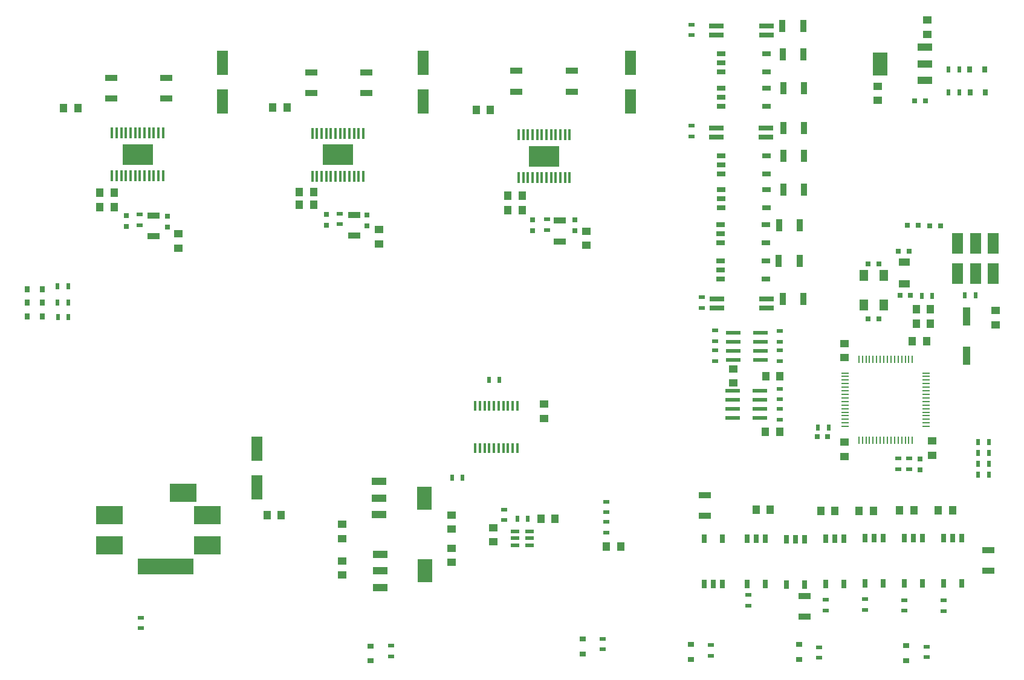
<source format=gtp>
G04 #@! TF.FileFunction,Paste,Top*
%FSLAX46Y46*%
G04 Gerber Fmt 4.6, Leading zero omitted, Abs format (unit mm)*
G04 Created by KiCad (PCBNEW 4.0.1-stable) date 2018/06/04 18:08:39*
%MOMM*%
G01*
G04 APERTURE LIST*
%ADD10C,0.150000*%
%ADD11R,2.000000X3.200000*%
%ADD12R,2.000000X1.000000*%
%ADD13R,1.200000X0.800000*%
%ADD14R,1.200000X1.500000*%
%ADD15R,0.250000X1.000000*%
%ADD16R,1.000000X0.250000*%
%ADD17R,0.900000X1.700000*%
%ADD18R,1.600000X3.500000*%
%ADD19R,3.800000X2.500000*%
%ADD20R,7.900000X2.300000*%
%ADD21R,1.000000X1.250000*%
%ADD22R,0.750000X0.800000*%
%ADD23R,1.250000X1.000000*%
%ADD24R,0.800000X0.750000*%
%ADD25R,0.500000X0.900000*%
%ADD26R,0.900000X0.500000*%
%ADD27R,1.700000X0.900000*%
%ADD28R,1.000000X2.500000*%
%ADD29R,1.500000X3.000000*%
%ADD30R,2.000000X0.530000*%
%ADD31R,1.200000X0.500000*%
%ADD32R,1.600000X1.000000*%
%ADD33R,0.800000X1.200000*%
%ADD34R,0.450000X1.650000*%
%ADD35R,4.320000X3.000000*%
%ADD36R,2.000000X0.800000*%
%ADD37R,0.450000X1.450000*%
%ADD38R,0.800000X0.900000*%
%ADD39R,0.900000X0.800000*%
G04 APERTURE END LIST*
D10*
D11*
X253250000Y-73150000D03*
D12*
X259550000Y-73150000D03*
X259550000Y-70850000D03*
X259550000Y-75450000D03*
D13*
X237320000Y-103345000D03*
X237320000Y-100805000D03*
X230970000Y-102075000D03*
X230970000Y-100805000D03*
X230970000Y-103345000D03*
D14*
X253775000Y-106925000D03*
X253775000Y-102825000D03*
X250975000Y-102825000D03*
X250975000Y-106925000D03*
D15*
X257800000Y-114550000D03*
X257300000Y-114550000D03*
X256800000Y-114550000D03*
X256300000Y-114550000D03*
X255800000Y-114550000D03*
X255300000Y-114550000D03*
X254800000Y-114550000D03*
X254300000Y-114550000D03*
X253800000Y-114550000D03*
X253300000Y-114550000D03*
X252800000Y-114550000D03*
X252300000Y-114550000D03*
X251800000Y-114550000D03*
X251300000Y-114550000D03*
X250800000Y-114550000D03*
X250300000Y-114550000D03*
D16*
X248350000Y-116500000D03*
X248350000Y-117000000D03*
X248350000Y-117500000D03*
X248350000Y-118000000D03*
X248350000Y-118500000D03*
X248350000Y-119000000D03*
X248350000Y-119500000D03*
X248350000Y-120000000D03*
X248350000Y-120500000D03*
X248350000Y-121000000D03*
X248350000Y-121500000D03*
X248350000Y-122000000D03*
X248350000Y-122500000D03*
X248350000Y-123000000D03*
X248350000Y-123500000D03*
X248350000Y-124000000D03*
D15*
X250300000Y-125950000D03*
X250800000Y-125950000D03*
X251300000Y-125950000D03*
X251800000Y-125950000D03*
X252300000Y-125950000D03*
X252800000Y-125950000D03*
X253300000Y-125950000D03*
X253800000Y-125950000D03*
X254300000Y-125950000D03*
X254800000Y-125950000D03*
X255300000Y-125950000D03*
X255800000Y-125950000D03*
X256300000Y-125950000D03*
X256800000Y-125950000D03*
X257300000Y-125950000D03*
X257800000Y-125950000D03*
D16*
X259750000Y-124000000D03*
X259750000Y-123500000D03*
X259750000Y-123000000D03*
X259750000Y-122500000D03*
X259750000Y-122000000D03*
X259750000Y-121500000D03*
X259750000Y-121000000D03*
X259750000Y-120500000D03*
X259750000Y-120000000D03*
X259750000Y-119500000D03*
X259750000Y-119000000D03*
X259750000Y-118500000D03*
X259750000Y-118000000D03*
X259750000Y-117500000D03*
X259750000Y-117000000D03*
X259750000Y-116500000D03*
D17*
X239600000Y-67875000D03*
X242500000Y-67875000D03*
D13*
X237330000Y-79075000D03*
X237330000Y-76535000D03*
X230980000Y-77805000D03*
X230980000Y-76535000D03*
X230980000Y-79075000D03*
D11*
X189430000Y-134030000D03*
D12*
X183130000Y-134030000D03*
X183130000Y-136330000D03*
X183130000Y-131730000D03*
D18*
X165950000Y-132500000D03*
X165950000Y-127100000D03*
D19*
X155650000Y-133300000D03*
X159050000Y-136400000D03*
X159050000Y-140700000D03*
D20*
X153200000Y-143600000D03*
D19*
X145350000Y-136400000D03*
X145350000Y-140700000D03*
D18*
X218300000Y-78400000D03*
X218300000Y-73000000D03*
D21*
X235900000Y-135650000D03*
X237900000Y-135650000D03*
D22*
X147700000Y-95950000D03*
X147700000Y-94450000D03*
D21*
X138900000Y-79400000D03*
X140900000Y-79400000D03*
D18*
X161200000Y-78400000D03*
X161200000Y-73000000D03*
D21*
X145978000Y-93288000D03*
X143978000Y-93288000D03*
D22*
X153500000Y-96050000D03*
X153500000Y-94550000D03*
D21*
X143978000Y-91256000D03*
X145978000Y-91256000D03*
D23*
X155000000Y-97000000D03*
X155000000Y-99000000D03*
X177950000Y-144850000D03*
X177950000Y-142850000D03*
X259900000Y-69000000D03*
X259900000Y-67000000D03*
X193240000Y-138390000D03*
X193240000Y-136390000D03*
X252950000Y-76300000D03*
X252950000Y-78300000D03*
X177900000Y-137700000D03*
X177900000Y-139700000D03*
X193230000Y-143070000D03*
X193230000Y-141070000D03*
D24*
X244450000Y-125450000D03*
X245950000Y-125450000D03*
D22*
X258850000Y-130050000D03*
X258850000Y-128550000D03*
D24*
X251625000Y-108925000D03*
X253125000Y-108925000D03*
D23*
X269450000Y-107750000D03*
X269450000Y-109750000D03*
D24*
X253125000Y-101225000D03*
X251625000Y-101225000D03*
D21*
X260350000Y-107550000D03*
X258350000Y-107550000D03*
D24*
X256050000Y-105580000D03*
X257550000Y-105580000D03*
D21*
X260350000Y-109600000D03*
X258350000Y-109600000D03*
D23*
X248250000Y-114350000D03*
X248250000Y-112350000D03*
D21*
X237250000Y-117000000D03*
X239250000Y-117000000D03*
D23*
X260550000Y-126050000D03*
X260550000Y-128050000D03*
D24*
X255850000Y-99430000D03*
X257350000Y-99430000D03*
D23*
X248250000Y-126200000D03*
X248250000Y-128200000D03*
D21*
X257800000Y-112050000D03*
X259800000Y-112050000D03*
X167400000Y-136400000D03*
X169400000Y-136400000D03*
D23*
X206170000Y-122860000D03*
X206170000Y-120860000D03*
D21*
X258000000Y-135750000D03*
X256000000Y-135750000D03*
X263450000Y-135750000D03*
X261450000Y-135750000D03*
D23*
X232700000Y-117900000D03*
X232700000Y-115900000D03*
D21*
X246950000Y-135800000D03*
X244950000Y-135800000D03*
X237200000Y-124750000D03*
X239200000Y-124750000D03*
X216950000Y-140800000D03*
X214950000Y-140800000D03*
D22*
X175700000Y-95750000D03*
X175700000Y-94250000D03*
D23*
X199136000Y-138192000D03*
X199136000Y-140192000D03*
D22*
X204600000Y-96550000D03*
X204600000Y-95050000D03*
D21*
X168200000Y-79300000D03*
X170200000Y-79300000D03*
X196700000Y-79600000D03*
X198700000Y-79600000D03*
D18*
X189300000Y-78400000D03*
X189300000Y-73000000D03*
D21*
X207756000Y-136906000D03*
X205756000Y-136906000D03*
X173946000Y-92942000D03*
X171946000Y-92942000D03*
X203162000Y-93696000D03*
X201162000Y-93696000D03*
D22*
X181400000Y-95850000D03*
X181400000Y-94350000D03*
X210500000Y-96550000D03*
X210500000Y-95050000D03*
D21*
X171946000Y-91164000D03*
X173946000Y-91164000D03*
X201162000Y-91664000D03*
X203162000Y-91664000D03*
D23*
X183100000Y-96400000D03*
X183100000Y-98400000D03*
X212100000Y-96600000D03*
X212100000Y-98600000D03*
D21*
X252350000Y-135800000D03*
X250350000Y-135800000D03*
D25*
X259100000Y-105700000D03*
X260600000Y-105700000D03*
X246100000Y-124150000D03*
X244600000Y-124150000D03*
D26*
X244700000Y-156450000D03*
X244700000Y-154950000D03*
X259800000Y-156350000D03*
X259800000Y-154850000D03*
X214400000Y-153750000D03*
X214400000Y-155250000D03*
D27*
X228700000Y-136500000D03*
X228700000Y-133600000D03*
D26*
X229600000Y-154650000D03*
X229600000Y-156150000D03*
X184800000Y-154750000D03*
X184800000Y-156250000D03*
D25*
X268500000Y-130720000D03*
X267000000Y-130720000D03*
X268500000Y-129220000D03*
X267000000Y-129220000D03*
X268500000Y-127720000D03*
X267000000Y-127720000D03*
X268500000Y-126220000D03*
X267000000Y-126220000D03*
D26*
X257350000Y-130000000D03*
X257350000Y-128500000D03*
X255800000Y-130000000D03*
X255800000Y-128500000D03*
D25*
X138090000Y-106620000D03*
X139590000Y-106620000D03*
X139590000Y-104370000D03*
X138090000Y-104370000D03*
D26*
X149700000Y-150800000D03*
X149700000Y-152300000D03*
D25*
X266650000Y-105600000D03*
X265150000Y-105600000D03*
D26*
X239250000Y-114850000D03*
X239250000Y-113350000D03*
X239200000Y-110600000D03*
X239200000Y-112100000D03*
X149600000Y-95750000D03*
X149600000Y-94250000D03*
X228300000Y-105850000D03*
X228300000Y-107350000D03*
D27*
X145550000Y-78050000D03*
X145550000Y-75150000D03*
D25*
X193310000Y-131140000D03*
X194810000Y-131140000D03*
D27*
X153300000Y-78050000D03*
X153300000Y-75150000D03*
X268450000Y-141350000D03*
X268450000Y-144250000D03*
X242700000Y-150650000D03*
X242700000Y-147750000D03*
D26*
X239250000Y-123050000D03*
X239250000Y-121550000D03*
X239250000Y-118700000D03*
X239250000Y-120200000D03*
D17*
X239700000Y-90775000D03*
X242600000Y-90775000D03*
X239700000Y-86075000D03*
X242600000Y-86075000D03*
X239700000Y-82175000D03*
X242600000Y-82175000D03*
X239700000Y-76600000D03*
X242600000Y-76600000D03*
X239650000Y-71800000D03*
X242550000Y-71800000D03*
D26*
X214900000Y-134550000D03*
X214900000Y-136050000D03*
X214900000Y-138850000D03*
X214900000Y-137350000D03*
D25*
X202450000Y-136906000D03*
X203950000Y-136906000D03*
D26*
X226900000Y-81850000D03*
X226900000Y-83350000D03*
X177600000Y-95650000D03*
X177600000Y-94150000D03*
X226900000Y-67650000D03*
X226900000Y-69150000D03*
X206600000Y-96450000D03*
X206600000Y-94950000D03*
D27*
X179600000Y-94350000D03*
X179600000Y-97250000D03*
X208400000Y-95150000D03*
X208400000Y-98050000D03*
X173600000Y-77250000D03*
X173600000Y-74350000D03*
X202300000Y-77050000D03*
X202300000Y-74150000D03*
X181300000Y-77250000D03*
X181300000Y-74350000D03*
X210100000Y-77050000D03*
X210100000Y-74150000D03*
D28*
X265400000Y-108550000D03*
X265400000Y-114050000D03*
D29*
X269150000Y-102600000D03*
X266650000Y-102600000D03*
X264150000Y-102600000D03*
X264150000Y-98300000D03*
X266650000Y-98300000D03*
X269150000Y-98300000D03*
D30*
X236460000Y-122810000D03*
X236460000Y-121540000D03*
X236460000Y-120270000D03*
X236460000Y-119000000D03*
X232650000Y-119000000D03*
X232650000Y-120270000D03*
X232650000Y-121540000D03*
X232650000Y-122810000D03*
D31*
X202168000Y-139684000D03*
X202168000Y-138684000D03*
X202168000Y-140684000D03*
X204168000Y-140684000D03*
X204168000Y-139684000D03*
X204168000Y-138684000D03*
D24*
X260250000Y-95850000D03*
X261750000Y-95850000D03*
X258600000Y-95800000D03*
X257100000Y-95800000D03*
D32*
X256700000Y-103980000D03*
X256700000Y-100980000D03*
D30*
X236510000Y-114635000D03*
X236510000Y-113365000D03*
X236510000Y-112095000D03*
X236510000Y-110825000D03*
X232700000Y-110825000D03*
X232700000Y-112095000D03*
X232700000Y-113365000D03*
X232700000Y-114635000D03*
D33*
X231220000Y-139730000D03*
X228680000Y-139730000D03*
X229950000Y-146080000D03*
X228680000Y-146080000D03*
X231220000Y-146080000D03*
D13*
X237330000Y-93325000D03*
X237330000Y-90785000D03*
X230980000Y-92055000D03*
X230980000Y-90785000D03*
X230980000Y-93325000D03*
X237330000Y-88575000D03*
X237330000Y-86035000D03*
X230980000Y-87305000D03*
X230980000Y-86035000D03*
X230980000Y-88575000D03*
X237330000Y-74325000D03*
X237330000Y-71785000D03*
X230980000Y-73055000D03*
X230980000Y-71785000D03*
X230980000Y-74325000D03*
D33*
X234680000Y-146070000D03*
X237220000Y-146070000D03*
X235950000Y-139720000D03*
X237220000Y-139720000D03*
X234680000Y-139720000D03*
D34*
X173740000Y-88920000D03*
X174390000Y-88920000D03*
X175040000Y-88920000D03*
X175690000Y-88920000D03*
X176340000Y-88920000D03*
X176990000Y-88920000D03*
X177640000Y-88920000D03*
X178290000Y-88920000D03*
X178940000Y-88920000D03*
X179590000Y-88920000D03*
X180240000Y-88920000D03*
X180890000Y-88920000D03*
X180890000Y-82920000D03*
X180240000Y-82920000D03*
X179590000Y-82920000D03*
X178940000Y-82920000D03*
X178290000Y-82920000D03*
X177640000Y-82920000D03*
X176990000Y-82920000D03*
X176340000Y-82920000D03*
X175690000Y-82920000D03*
X175040000Y-82920000D03*
X174390000Y-82920000D03*
X173740000Y-82920000D03*
D35*
X177340000Y-85920000D03*
D34*
X202640000Y-89120000D03*
X203290000Y-89120000D03*
X203940000Y-89120000D03*
X204590000Y-89120000D03*
X205240000Y-89120000D03*
X205890000Y-89120000D03*
X206540000Y-89120000D03*
X207190000Y-89120000D03*
X207840000Y-89120000D03*
X208490000Y-89120000D03*
X209140000Y-89120000D03*
X209790000Y-89120000D03*
X209790000Y-83120000D03*
X209140000Y-83120000D03*
X208490000Y-83120000D03*
X207840000Y-83120000D03*
X207190000Y-83120000D03*
X206540000Y-83120000D03*
X205890000Y-83120000D03*
X205240000Y-83120000D03*
X204590000Y-83120000D03*
X203940000Y-83120000D03*
X203290000Y-83120000D03*
X202640000Y-83120000D03*
D35*
X206240000Y-86120000D03*
D34*
X145690000Y-88870000D03*
X146340000Y-88870000D03*
X146990000Y-88870000D03*
X147640000Y-88870000D03*
X148290000Y-88870000D03*
X148940000Y-88870000D03*
X149590000Y-88870000D03*
X150240000Y-88870000D03*
X150890000Y-88870000D03*
X151540000Y-88870000D03*
X152190000Y-88870000D03*
X152840000Y-88870000D03*
X152840000Y-82870000D03*
X152190000Y-82870000D03*
X151540000Y-82870000D03*
X150890000Y-82870000D03*
X150240000Y-82870000D03*
X149590000Y-82870000D03*
X148940000Y-82870000D03*
X148290000Y-82870000D03*
X147640000Y-82870000D03*
X146990000Y-82870000D03*
X146340000Y-82870000D03*
X145690000Y-82870000D03*
D35*
X149290000Y-85870000D03*
D27*
X151500000Y-94450000D03*
X151500000Y-97350000D03*
D11*
X189570000Y-144250000D03*
D12*
X183270000Y-144250000D03*
X183270000Y-146550000D03*
X183270000Y-141950000D03*
D25*
X264350000Y-77150000D03*
X262850000Y-77150000D03*
D33*
X256705000Y-145970000D03*
X259245000Y-145970000D03*
X257975000Y-139620000D03*
X259245000Y-139620000D03*
X256705000Y-139620000D03*
X262155000Y-146020000D03*
X264695000Y-146020000D03*
X263425000Y-139670000D03*
X264695000Y-139670000D03*
X262155000Y-139670000D03*
X245630000Y-146095000D03*
X248170000Y-146095000D03*
X246900000Y-139745000D03*
X248170000Y-139745000D03*
X245630000Y-139745000D03*
X251155000Y-145995000D03*
X253695000Y-145995000D03*
X252425000Y-139645000D03*
X253695000Y-139645000D03*
X251155000Y-139645000D03*
X240155000Y-146145000D03*
X242695000Y-146145000D03*
X241425000Y-139795000D03*
X242695000Y-139795000D03*
X240155000Y-139795000D03*
D25*
X264350000Y-73950000D03*
X262850000Y-73950000D03*
X138115000Y-108620000D03*
X139615000Y-108620000D03*
D26*
X200660000Y-137148000D03*
X200660000Y-135648000D03*
X234800000Y-149100000D03*
X234800000Y-147600000D03*
X251175000Y-149725000D03*
X251175000Y-148225000D03*
X245700000Y-149775000D03*
X245700000Y-148275000D03*
X262200000Y-149900000D03*
X262200000Y-148400000D03*
X256700000Y-149850000D03*
X256700000Y-148350000D03*
X230200000Y-110550000D03*
X230200000Y-112050000D03*
X230200000Y-114850000D03*
X230200000Y-113350000D03*
D17*
X239150000Y-95750000D03*
X242050000Y-95750000D03*
X239100000Y-100750000D03*
X242000000Y-100750000D03*
X239650000Y-106100000D03*
X242550000Y-106100000D03*
D13*
X237320000Y-98245000D03*
X237320000Y-95705000D03*
X230970000Y-96975000D03*
X230970000Y-95705000D03*
X230970000Y-98245000D03*
D36*
X237300000Y-82145000D03*
X230300000Y-82145000D03*
X237300000Y-83415000D03*
X230300000Y-83415000D03*
X237325000Y-67870000D03*
X230325000Y-67870000D03*
X237325000Y-69140000D03*
X230325000Y-69140000D03*
X237400000Y-106145000D03*
X230400000Y-106145000D03*
X237400000Y-107415000D03*
X230400000Y-107415000D03*
D25*
X198470000Y-117500000D03*
X199970000Y-117500000D03*
D37*
X196595000Y-127020000D03*
X197245000Y-127020000D03*
X197895000Y-127020000D03*
X198545000Y-127020000D03*
X199195000Y-127020000D03*
X199845000Y-127020000D03*
X200495000Y-127020000D03*
X201145000Y-127020000D03*
X201795000Y-127020000D03*
X202445000Y-127020000D03*
X202445000Y-121120000D03*
X201795000Y-121120000D03*
X201145000Y-121120000D03*
X200495000Y-121120000D03*
X199845000Y-121120000D03*
X199195000Y-121120000D03*
X198545000Y-121120000D03*
X197895000Y-121120000D03*
X197245000Y-121120000D03*
X196595000Y-121120000D03*
D24*
X258150000Y-78350000D03*
X259650000Y-78350000D03*
D38*
X267975000Y-77125000D03*
X265875000Y-77125000D03*
X267925000Y-73925000D03*
X265825000Y-73925000D03*
X133850000Y-106600000D03*
X135950000Y-106600000D03*
X133850000Y-104725000D03*
X135950000Y-104725000D03*
X133825000Y-108575000D03*
X135925000Y-108575000D03*
D39*
X241900000Y-154550000D03*
X241900000Y-156650000D03*
X256925000Y-154750000D03*
X256925000Y-156850000D03*
X211600000Y-153775000D03*
X211600000Y-155875000D03*
X226775000Y-154525000D03*
X226775000Y-156625000D03*
X181900000Y-154775000D03*
X181900000Y-156875000D03*
M02*

</source>
